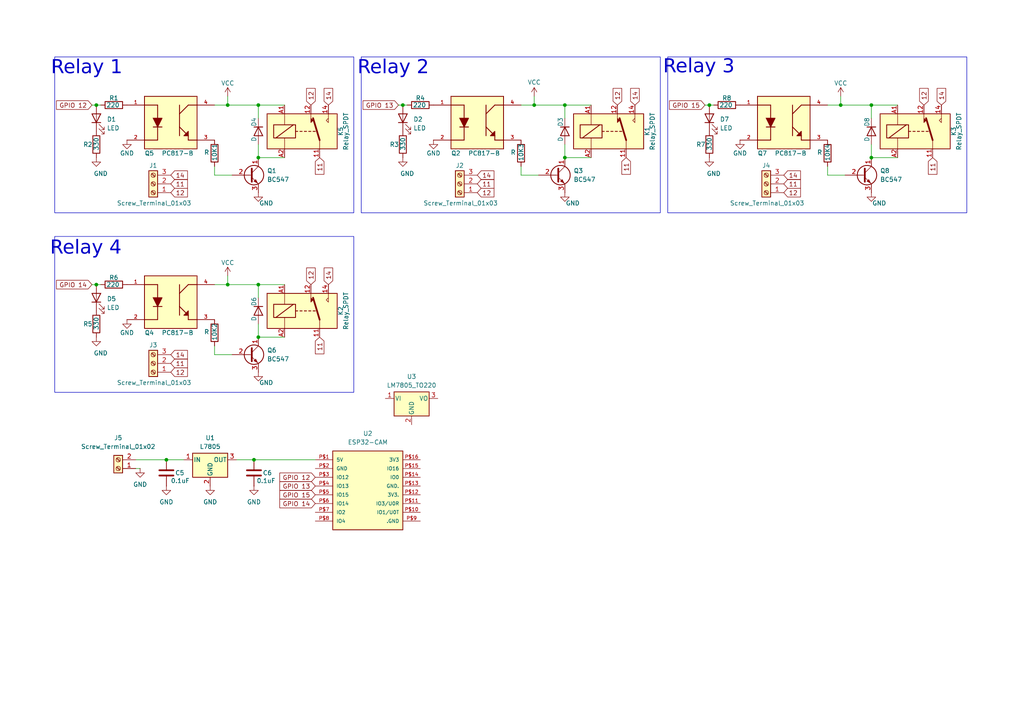
<source format=kicad_sch>
(kicad_sch (version 20231120) (generator "eeschema") (generator_version "8.0")
  (paper "A4")
  (lib_symbols
    (symbol "Connector:Screw_Terminal_01x02" (pin_names (offset 1.016) hide)
      (property "Reference" "J" (at 0 2.54 0))
      (property "Value" "Screw_Terminal_01x02" (at 0 -5.08 0))
      (symbol "Screw_Terminal_01x02_1_1"
        (rectangle (start -1.27 1.27) (end 1.27 -3.81) (stroke (width 0.254)) (fill (type background)))
        (circle (center 0 -2.54) (radius 0.635) (stroke (width 0.1524)))
        (polyline (pts (xy -0.5334 -2.2098) (xy 0.3302 -3.048)) (stroke (width 0.1524)))
        (polyline (pts (xy -0.5334 0.3302) (xy 0.3302 -0.508)) (stroke (width 0.1524)))
        (polyline (pts (xy -0.3556 -2.032) (xy 0.508 -2.8702)) (stroke (width 0.1524)))
        (polyline (pts (xy -0.3556 0.508) (xy 0.508 -0.3302)) (stroke (width 0.1524)))
        (circle (center 0 0) (radius 0.635) (stroke (width 0.1524)))
        (pin passive line (at -5.08 0 0) (length 3.81) (name "Pin_1") (number "1"))
        (pin passive line (at -5.08 -2.54 0) (length 3.81) (name "Pin_2") (number "2"))
      )
    )
    (symbol "Connector:Screw_Terminal_01x03" (pin_names (offset 1.016) hide)
      (property "Reference" "J" (at 0 5.08 0))
      (property "Value" "Screw_Terminal_01x03" (at 0 -5.08 0))
      (symbol "Screw_Terminal_01x03_1_1"
        (rectangle (start -1.27 3.81) (end 1.27 -3.81) (stroke (width 0.254)) (fill (type background)))
        (circle (center 0 -2.54) (radius 0.635) (stroke (width 0.1524)))
        (polyline (pts (xy -0.5334 -2.2098) (xy 0.3302 -3.048)) (stroke (width 0.1524)))
        (polyline (pts (xy -0.5334 0.3302) (xy 0.3302 -0.508)) (stroke (width 0.1524)))
        (polyline (pts (xy -0.5334 2.8702) (xy 0.3302 2.032)) (stroke (width 0.1524)))
        (polyline (pts (xy -0.3556 -2.032) (xy 0.508 -2.8702)) (stroke (width 0.1524)))
        (polyline (pts (xy -0.3556 0.508) (xy 0.508 -0.3302)) (stroke (width 0.1524)))
        (polyline (pts (xy -0.3556 3.048) (xy 0.508 2.2098)) (stroke (width 0.1524)))
        (circle (center 0 0) (radius 0.635) (stroke (width 0.1524)))
        (circle (center 0 2.54) (radius 0.635) (stroke (width 0.1524)))
        (pin passive line (at -5.08 2.54 0) (length 3.81) (name "Pin_1") (number "1"))
        (pin passive line (at -5.08 0 0) (length 3.81) (name "Pin_2") (number "2"))
        (pin passive line (at -5.08 -2.54 0) (length 3.81) (name "Pin_3") (number "3"))
      )
    )
    (symbol "Device:C" (pin_numbers hide) (pin_names (offset 0.254))
      (property "Reference" "C" (at 0.635 2.54 0))
      (property "Value" "C" (at 0.635 -2.54 0))
      (symbol "C_0_1"
        (polyline (pts (xy -2.032 -0.762) (xy 2.032 -0.762)) (stroke (width 0.508)))
        (polyline (pts (xy -2.032 0.762) (xy 2.032 0.762)) (stroke (width 0.508)))
      )
      (symbol "C_1_1"
        (pin passive line (at 0 3.81 270) (length 2.794) (name "~") (number "1"))
        (pin passive line (at 0 -3.81 90) (length 2.794) (name "~") (number "2"))
      )
    )
    (symbol "Device:D" (pin_numbers hide) (pin_names (offset 1.016) hide)
      (property "Reference" "D" (at 0 2.54 0))
      (property "Value" "D" (at 0 -2.54 0))
      (symbol "D_0_1"
        (polyline (pts (xy -1.27 1.27) (xy -1.27 -1.27)) (stroke (width 0.254)))
        (polyline (pts (xy 1.27 0) (xy -1.27 0)))
        (polyline (pts (xy 1.27 1.27) (xy 1.27 -1.27) (xy -1.27 0) (xy 1.27 1.27)) (stroke (width 0.254)))
      )
      (symbol "D_1_1"
        (pin passive line (at -3.81 0 0) (length 2.54) (name "K") (number "1"))
        (pin passive line (at 3.81 0 180) (length 2.54) (name "A") (number "2"))
      )
    )
    (symbol "Device:LED" (pin_numbers hide) (pin_names (offset 1.016) hide)
      (property "Reference" "D" (at 0 2.54 0))
      (property "Value" "LED" (at 0 -2.54 0))
      (symbol "LED_0_1"
        (polyline (pts (xy -1.27 -1.27) (xy -1.27 1.27)) (stroke (width 0.254)))
        (polyline (pts (xy -1.27 0) (xy 1.27 0)))
        (polyline (pts (xy 1.27 -1.27) (xy 1.27 1.27) (xy -1.27 0) (xy 1.27 -1.27)) (stroke (width 0.254)))
        (polyline (pts (xy -3.048 -0.762) (xy -4.572 -2.286) (xy -3.81 -2.286) (xy -4.572 -2.286) (xy -4.572 -1.524)))
        (polyline (pts (xy -1.778 -0.762) (xy -3.302 -2.286) (xy -2.54 -2.286) (xy -3.302 -2.286) (xy -3.302 -1.524)))
      )
      (symbol "LED_1_1"
        (pin passive line (at -3.81 0 0) (length 2.54) (name "K") (number "1"))
        (pin passive line (at 3.81 0 180) (length 2.54) (name "A") (number "2"))
      )
    )
    (symbol "Device:R" (pin_numbers hide) (pin_names (offset 0))
      (property "Reference" "R" (at 2.032 0 90))
      (property "Value" "R" (at 0 0 90))
      (symbol "R_0_1"
        (rectangle (start -1.016 -2.54) (end 1.016 2.54) (stroke (width 0.254)))
      )
      (symbol "R_1_1"
        (pin passive line (at 0 3.81 270) (length 1.27) (name "~") (number "1"))
        (pin passive line (at 0 -3.81 90) (length 1.27) (name "~") (number "2"))
      )
    )
    (symbol "EESTN5:BC547" (pin_names (offset 0) hide)
      (property "Reference" "Q" (at 5.08 1.905 0))
      (property "Value" "BC547" (at 5.08 0 0))
      (symbol "BC547_0_1"
        (polyline (pts (xy 0 0) (xy 0.635 0)))
        (polyline (pts (xy 0.635 0.635) (xy 2.54 2.54)))
        (polyline (pts (xy 0.635 -0.635) (xy 2.54 -2.54) (xy 2.54 -2.54)))
        (polyline (pts (xy 0.635 1.905) (xy 0.635 -1.905) (xy 0.635 -1.905)) (stroke (width 0.508)))
        (polyline (pts (xy 1.27 -1.778) (xy 1.778 -1.27) (xy 2.286 -2.286) (xy 1.27 -1.778) (xy 1.27 -1.778)) (fill (type outline)))
        (circle (center 1.27 0) (radius 2.8194) (stroke (width 0.254)))
      )
      (symbol "BC547_1_1"
        (pin passive line (at 2.54 5.08 270) (length 2.54) (name "C") (number "1"))
        (pin input line (at -5.08 0 0) (length 5.08) (name "B") (number "2"))
        (pin passive line (at 2.54 -5.08 90) (length 2.54) (name "E") (number "3"))
      )
    )
    (symbol "ESP32-CAM:ESP32-CAM" (pin_names (offset 1.016))
      (property "Reference" "U" (at -10.16 20.32 0))
      (property "Value" "ESP32-CAM" (at 0 0 0))
      (symbol "ESP32-CAM_0_0"
        (rectangle (start -10.16 -5.08) (end 10.16 17.78) (stroke (width 0.254)) (fill (type background)))
        (pin bidirectional line (at -15.24 15.24 0) (length 5.08) (name "5V") (number "P$1"))
        (pin bidirectional line (at 15.24 0 180) (length 5.08) (name "IO1/U0T") (number "P$10"))
        (pin bidirectional line (at 15.24 2.54 180) (length 5.08) (name "IO3/U0R") (number "P$11"))
        (pin bidirectional line (at 15.24 5.08 180) (length 5.08) (name "3V3.") (number "P$12"))
        (pin bidirectional line (at 15.24 7.62 180) (length 5.08) (name "GND.") (number "P$13"))
        (pin bidirectional line (at 15.24 10.16 180) (length 5.08) (name "IO0") (number "P$14"))
        (pin bidirectional line (at 15.24 12.7 180) (length 5.08) (name "IO16") (number "P$15"))
        (pin bidirectional line (at 15.24 15.24 180) (length 5.08) (name "3V3") (number "P$16"))
        (pin bidirectional line (at -15.24 12.7 0) (length 5.08) (name "GND") (number "P$2"))
        (pin bidirectional line (at -15.24 10.16 0) (length 5.08) (name "IO12") (number "P$3"))
        (pin bidirectional line (at -15.24 7.62 0) (length 5.08) (name "IO13") (number "P$4"))
        (pin bidirectional line (at -15.24 5.08 0) (length 5.08) (name "IO15") (number "P$5"))
        (pin bidirectional line (at -15.24 2.54 0) (length 5.08) (name "IO14") (number "P$6"))
        (pin bidirectional line (at -15.24 0 0) (length 5.08) (name "IO2") (number "P$7"))
        (pin bidirectional line (at -15.24 -2.54 0) (length 5.08) (name "IO4") (number "P$8"))
        (pin bidirectional line (at 15.24 -2.54 180) (length 5.08) (name ".GND") (number "P$9"))
      )
    )
    (symbol "PC817-B:PC817-B" (pin_names (offset 1.016))
      (property "Reference" "Q" (at -7.6208 8.1288 0))
      (property "Value" "PC817-B" (at -7.6266 -10.1688 0))
      (symbol "PC817-B_0_0"
        (rectangle (start -7.62 -7.62) (end 7.62 7.62) (stroke (width 0.254)) (fill (type background)))
        (polyline (pts (xy -7.62 -5.08) (xy -3.81 -5.08)) (stroke (width 0.254)))
        (polyline (pts (xy -7.62 5.08) (xy -3.81 5.08)) (stroke (width 0.254)))
        (polyline (pts (xy -5.08 -1.27) (xy -2.54 -1.27)) (stroke (width 0.254)))
        (polyline (pts (xy -3.81 -5.08) (xy -3.81 5.08)) (stroke (width 0.254)))
        (polyline (pts (xy 2.54 -1.27) (xy 2.54 -3.81)) (stroke (width 0.254)))
        (polyline (pts (xy 2.54 -1.27) (xy 5.08 -3.81)) (stroke (width 0.254)))
        (polyline (pts (xy 2.54 2.54) (xy 2.54 -1.27)) (stroke (width 0.254)))
        (polyline (pts (xy 2.54 5.08) (xy 2.54 2.54)) (stroke (width 0.254)))
        (polyline (pts (xy 5.08 -5.08) (xy 5.08 -3.81)) (stroke (width 0.254)))
        (polyline (pts (xy 5.08 5.08) (xy 2.54 2.54)) (stroke (width 0.254)))
        (polyline (pts (xy 7.62 -5.08) (xy 5.08 -5.08)) (stroke (width 0.254)))
        (polyline (pts (xy 7.62 5.08) (xy 5.08 5.08)) (stroke (width 0.254)))
        (polyline (pts (xy -5.08 1.27) (xy -2.54 1.27) (xy -3.81 -1.27) (xy -5.08 1.27)) (stroke (width 0.254)) (fill (type outline)))
        (polyline (pts (xy 5.08 -3.81) (xy 5.08 -2.54) (xy 3.81 -3.81) (xy 5.08 -3.81)) (stroke (width 0.254)) (fill (type outline)))
        (pin passive line (at -12.7 5.08 0) (length 5.08) (name "~") (number "1"))
        (pin passive line (at -12.7 -5.08 0) (length 5.08) (name "~") (number "2"))
        (pin passive line (at 12.7 -5.08 180) (length 5.08) (name "~") (number "3"))
        (pin passive line (at 12.7 5.08 180) (length 5.08) (name "~") (number "4"))
      )
    )
    (symbol "Regulator_Linear:L7805" (pin_names (offset 0.254))
      (property "Reference" "U" (at -3.81 3.175 0))
      (property "Value" "L7805" (at 0 3.175 0))
      (symbol "L7805_0_1"
        (rectangle (start -5.08 1.905) (end 5.08 -5.08) (stroke (width 0.254)) (fill (type background)))
      )
      (symbol "L7805_1_1"
        (pin power_in line (at -7.62 0 0) (length 2.54) (name "IN") (number "1"))
        (pin power_in line (at 0 -7.62 90) (length 2.54) (name "GND") (number "2"))
        (pin power_out line (at 7.62 0 180) (length 2.54) (name "OUT") (number "3"))
      )
    )
    (symbol "Regulator_Linear:LM7805_TO220" (pin_names (offset 0.254))
      (property "Reference" "U" (at -3.81 3.175 0))
      (property "Value" "LM7805_TO220" (at 0 3.175 0))
      (symbol "LM7805_TO220_0_1"
        (rectangle (start -5.08 1.905) (end 5.08 -5.08) (stroke (width 0.254)) (fill (type background)))
      )
      (symbol "LM7805_TO220_1_1"
        (pin power_in line (at -7.62 0 0) (length 2.54) (name "VI") (number "1"))
        (pin power_in line (at 0 -7.62 90) (length 2.54) (name "GND") (number "2"))
        (pin power_out line (at 7.62 0 180) (length 2.54) (name "VO") (number "3"))
      )
    )
    (symbol "Relay:Relay_SPDT"
      (property "Reference" "K" (at 11.43 3.81 0))
      (property "Value" "Relay_SPDT" (at 11.43 1.27 0))
      (symbol "Relay_SPDT_0_0"
        (polyline (pts (xy 7.62 5.08) (xy 7.62 2.54) (xy 6.985 3.175) (xy 7.62 3.81)))
      )
      (symbol "Relay_SPDT_0_1"
        (rectangle (start -10.16 5.08) (end 10.16 -5.08) (stroke (width 0.254)) (fill (type background)))
        (rectangle (start -8.255 1.905) (end -1.905 -1.905) (stroke (width 0.254)))
        (polyline (pts (xy -7.62 -1.905) (xy -2.54 1.905)) (stroke (width 0.254)))
        (polyline (pts (xy -5.08 -5.08) (xy -5.08 -1.905)))
        (polyline (pts (xy -5.08 5.08) (xy -5.08 1.905)))
        (polyline (pts (xy -1.905 0) (xy -1.27 0)) (stroke (width 0.254)))
        (polyline (pts (xy -0.635 0) (xy 0 0)) (stroke (width 0.254)))
        (polyline (pts (xy 0.635 0) (xy 1.27 0)) (stroke (width 0.254)))
        (polyline (pts (xy 1.905 0) (xy 2.54 0)) (stroke (width 0.254)))
        (polyline (pts (xy 3.175 0) (xy 3.81 0)) (stroke (width 0.254)))
        (polyline (pts (xy 5.08 -2.54) (xy 3.175 3.81)) (stroke (width 0.508)))
        (polyline (pts (xy 5.08 -2.54) (xy 5.08 -5.08)))
        (polyline (pts (xy 2.54 5.08) (xy 2.54 2.54) (xy 3.175 3.175) (xy 2.54 3.81)) (fill (type outline)))
      )
      (symbol "Relay_SPDT_1_1"
        (pin passive line (at 5.08 -7.62 90) (length 2.54) (name "~") (number "11"))
        (pin passive line (at 2.54 7.62 270) (length 2.54) (name "~") (number "12"))
        (pin passive line (at 7.62 7.62 270) (length 2.54) (name "~") (number "14"))
        (pin passive line (at -5.08 7.62 270) (length 2.54) (name "~") (number "A1"))
        (pin passive line (at -5.08 -7.62 90) (length 2.54) (name "~") (number "A2"))
      )
    )
    (symbol "power:GND" (power) (pin_numbers hide) (pin_names (offset 0) hide)
      (property "Value" "GND" (at 0 -3.81 0))
      (symbol "GND_0_1"
        (polyline (pts (xy 0 0) (xy 0 -1.27) (xy 1.27 -1.27) (xy 0 -2.54) (xy -1.27 -1.27) (xy 0 -1.27)))
      )
      (symbol "GND_1_1"
        (pin power_in line (at 0 0 270) (length 0) (name "~") (number "1"))
      )
    )
    (symbol "power:VCC" (power) (pin_numbers hide) (pin_names (offset 0) hide)
      (property "Value" "VCC" (at 0 3.556 0))
      (symbol "VCC_0_1"
        (polyline (pts (xy -0.762 1.27) (xy 0 2.54)))
        (polyline (pts (xy 0 0) (xy 0 2.54)))
        (polyline (pts (xy 0 2.54) (xy 0.762 1.27)))
      )
      (symbol "VCC_1_1"
        (pin power_in line (at 0 0 90) (length 0) (name "~") (number "1"))
      )
    )
  )
  (junction (at 74.93 30.48))
  (junction (at 116.84 30.48))
  (junction (at 205.74 30.48))
  (junction (at 154.94 30.48))
  (junction (at 73.66 133.35))
  (junction (at 252.73 45.72))
  (junction (at 27.94 82.55))
  (junction (at 163.83 30.48))
  (junction (at 74.93 82.55))
  (junction (at 48.26 133.35))
  (junction (at 74.93 45.72))
  (junction (at 163.83 45.72))
  (junction (at 66.04 30.48))
  (junction (at 252.73 30.48))
  (junction (at 66.04 82.55))
  (junction (at 74.93 97.79))
  (junction (at 243.84 30.48))
  (junction (at 27.94 30.48))
  (wire (pts (xy 62.23 50.8) (xy 67.31 50.8)))
  (wire (pts (xy 39.37 133.35) (xy 48.26 133.35)))
  (wire (pts (xy 48.26 133.35) (xy 53.34 133.35)))
  (wire (pts (xy 74.93 97.79) (xy 74.93 93.98)))
  (wire (pts (xy 26.67 82.55) (xy 27.94 82.55)))
  (wire (pts (xy 40.64 135.89) (xy 39.37 135.89)))
  (wire (pts (xy 171.45 30.48) (xy 163.83 30.48)))
  (wire (pts (xy 115.57 30.48) (xy 116.84 30.48)))
  (wire (pts (xy 252.73 45.72) (xy 252.73 41.91)))
  (wire (pts (xy 68.58 133.35) (xy 73.66 133.35)))
  (wire (pts (xy 204.47 30.48) (xy 205.74 30.48)))
  (wire (pts (xy 240.03 30.48) (xy 243.84 30.48)))
  (wire (pts (xy 252.73 30.48) (xy 252.73 34.29)))
  (wire (pts (xy 66.04 27.94) (xy 66.04 30.48)))
  (wire (pts (xy 66.04 80.01) (xy 66.04 82.55)))
  (wire (pts (xy 151.13 30.48) (xy 154.94 30.48)))
  (wire (pts (xy 163.83 30.48) (xy 163.83 34.29)))
  (wire (pts (xy 74.93 82.55) (xy 74.93 86.36)))
  (wire (pts (xy 171.45 45.72) (xy 163.83 45.72)))
  (wire (pts (xy 205.74 30.48) (xy 207.01 30.48)))
  (wire (pts (xy 116.84 30.48) (xy 118.11 30.48)))
  (wire (pts (xy 82.55 97.79) (xy 74.93 97.79)))
  (wire (pts (xy 73.66 133.35) (xy 91.44 133.35)))
  (wire (pts (xy 82.55 30.48) (xy 74.93 30.48)))
  (wire (pts (xy 82.55 82.55) (xy 74.93 82.55)))
  (wire (pts (xy 74.93 30.48) (xy 74.93 34.29)))
  (wire (pts (xy 26.67 30.48) (xy 27.94 30.48)))
  (wire (pts (xy 66.04 30.48) (xy 74.93 30.48)))
  (wire (pts (xy 243.84 27.94) (xy 243.84 30.48)))
  (wire (pts (xy 151.13 48.26) (xy 151.13 50.8)))
  (wire (pts (xy 66.04 82.55) (xy 74.93 82.55)))
  (wire (pts (xy 62.23 30.48) (xy 66.04 30.48)))
  (wire (pts (xy 163.83 45.72) (xy 163.83 41.91)))
  (wire (pts (xy 260.35 45.72) (xy 252.73 45.72)))
  (wire (pts (xy 82.55 45.72) (xy 74.93 45.72)))
  (wire (pts (xy 154.94 30.48) (xy 163.83 30.48)))
  (wire (pts (xy 62.23 102.87) (xy 67.31 102.87)))
  (wire (pts (xy 151.13 50.8) (xy 156.21 50.8)))
  (wire (pts (xy 260.35 30.48) (xy 252.73 30.48)))
  (wire (pts (xy 27.94 82.55) (xy 29.21 82.55)))
  (wire (pts (xy 240.03 50.8) (xy 240.03 48.26)))
  (wire (pts (xy 62.23 48.26) (xy 62.23 50.8)))
  (wire (pts (xy 154.94 27.94) (xy 154.94 30.48)))
  (wire (pts (xy 245.11 50.8) (xy 240.03 50.8)))
  (wire (pts (xy 74.93 45.72) (xy 74.93 41.91)))
  (wire (pts (xy 27.94 30.48) (xy 29.21 30.48)))
  (wire (pts (xy 243.84 30.48) (xy 252.73 30.48)))
  (wire (pts (xy 62.23 82.55) (xy 66.04 82.55)))
  (wire (pts (xy 62.23 100.33) (xy 62.23 102.87)))
  (rectangle (start 15.875 16.51) (end 102.616 61.722))
  (rectangle (start 15.875 68.58) (end 102.616 113.792))
  (rectangle (start 104.775 16.51) (end 191.516 61.722))
  (rectangle (start 193.675 16.51) (end 280.416 61.722))
  (text "Relay 3" (at 202.692 20.574 0) (effects (font (size 4 4))))
  (text "Relay 2" (at 114.046 20.828 0) (effects (font (size 4 4))))
  (text "Relay 1" (at 25.146 20.828 0) (effects (font (size 4 4))))
  (text "Relay 4" (at 24.892 73.152 0) (effects (font (size 4 4))))
  (global_label "12" (shape input) (at 49.53 55.88 0) (property "Intersheetrefs" "${INTERSHEET_REFS}" (effects (hide yes))))
  (global_label "11" (shape input) (at 270.51 45.72 270) (property "Intersheetrefs" "${INTERSHEET_REFS}" (effects (hide yes))))
  (global_label "GPIO 14" (shape input) (at 26.67 82.55 180) (property "Intersheetrefs" "${INTERSHEET_REFS}" (effects (hide yes))))
  (global_label "GPIO 13" (shape input) (at 115.57 30.48 180) (property "Intersheetrefs" "${INTERSHEET_REFS}" (effects (hide yes))))
  (global_label "11" (shape input) (at 49.53 105.41 0) (property "Intersheetrefs" "${INTERSHEET_REFS}" (effects (hide yes))))
  (global_label "11" (shape input) (at 92.71 45.72 270) (property "Intersheetrefs" "${INTERSHEET_REFS}" (effects (hide yes))))
  (global_label "11" (shape input) (at 181.61 45.72 270) (property "Intersheetrefs" "${INTERSHEET_REFS}" (effects (hide yes))))
  (global_label "GPIO 15" (shape input) (at 91.44 143.51 180) (property "Intersheetrefs" "${INTERSHEET_REFS}" (effects (hide yes))))
  (global_label "GPIO 13" (shape input) (at 91.44 140.97 180) (property "Intersheetrefs" "${INTERSHEET_REFS}" (effects (hide yes))))
  (global_label "14" (shape input) (at 273.05 30.48 90) (property "Intersheetrefs" "${INTERSHEET_REFS}" (effects (hide yes))))
  (global_label "14" (shape input) (at 138.43 50.8 0) (property "Intersheetrefs" "${INTERSHEET_REFS}" (effects (hide yes))))
  (global_label "11" (shape input) (at 138.43 53.34 0) (property "Intersheetrefs" "${INTERSHEET_REFS}" (effects (hide yes))))
  (global_label "14" (shape input) (at 95.25 82.55 90) (property "Intersheetrefs" "${INTERSHEET_REFS}" (effects (hide yes))))
  (global_label "GPIO 15" (shape input) (at 204.47 30.48 180) (property "Intersheetrefs" "${INTERSHEET_REFS}" (effects (hide yes))))
  (global_label "14" (shape input) (at 184.15 30.48 90) (property "Intersheetrefs" "${INTERSHEET_REFS}" (effects (hide yes))))
  (global_label "12" (shape input) (at 138.43 55.88 0) (property "Intersheetrefs" "${INTERSHEET_REFS}" (effects (hide yes))))
  (global_label "14" (shape input) (at 49.53 50.8 0) (property "Intersheetrefs" "${INTERSHEET_REFS}" (effects (hide yes))))
  (global_label "12" (shape input) (at 90.17 30.48 90) (property "Intersheetrefs" "${INTERSHEET_REFS}" (effects (hide yes))))
  (global_label "12" (shape input) (at 179.07 30.48 90) (property "Intersheetrefs" "${INTERSHEET_REFS}" (effects (hide yes))))
  (global_label "12" (shape input) (at 49.53 107.95 0) (property "Intersheetrefs" "${INTERSHEET_REFS}" (effects (hide yes))))
  (global_label "12" (shape input) (at 90.17 82.55 90) (property "Intersheetrefs" "${INTERSHEET_REFS}" (effects (hide yes))))
  (global_label "GPIO 14" (shape input) (at 91.44 146.05 180) (property "Intersheetrefs" "${INTERSHEET_REFS}" (effects (hide yes))))
  (global_label "12" (shape input) (at 227.33 55.88 0) (property "Intersheetrefs" "${INTERSHEET_REFS}" (effects (hide yes))))
  (global_label "14" (shape input) (at 49.53 102.87 0) (property "Intersheetrefs" "${INTERSHEET_REFS}" (effects (hide yes))))
  (global_label "GPIO 12" (shape input) (at 91.44 138.43 180) (property "Intersheetrefs" "${INTERSHEET_REFS}" (effects (hide yes))))
  (global_label "GPIO 12" (shape input) (at 26.67 30.48 180) (property "Intersheetrefs" "${INTERSHEET_REFS}" (effects (hide yes))))
  (global_label "11" (shape input) (at 49.53 53.34 0) (property "Intersheetrefs" "${INTERSHEET_REFS}" (effects (hide yes))))
  (global_label "14" (shape input) (at 95.25 30.48 90) (property "Intersheetrefs" "${INTERSHEET_REFS}" (effects (hide yes))))
  (global_label "12" (shape input) (at 267.97 30.48 90) (property "Intersheetrefs" "${INTERSHEET_REFS}" (effects (hide yes))))
  (global_label "11" (shape input) (at 227.33 53.34 0) (property "Intersheetrefs" "${INTERSHEET_REFS}" (effects (hide yes))))
  (global_label "14" (shape input) (at 227.33 50.8 0) (property "Intersheetrefs" "${INTERSHEET_REFS}" (effects (hide yes))))
  (global_label "11" (shape input) (at 92.71 97.79 270) (property "Intersheetrefs" "${INTERSHEET_REFS}" (effects (hide yes))))
  (symbol (lib_id "Device:R") (at 33.02 30.48 90) (unit 1)
    (property "Reference" "R1" (at 33.02 28.448 90))
    (property "Value" "220" (at 32.766 30.48 90))
    (property "Description" "Resistor" (effects (hide yes)))
  )
  (symbol (lib_id "power:VCC") (at 66.04 80.01 0) (unit 1)
    (property "Reference" "#PWR08" (effects (hide yes)))
    (property "Value" "VCC" (at 66.04 76.2 0))
    (property "Description" "Power symbol creates a global label with name \"VCC\"" (effects (hide yes)))
  )
  (symbol (lib_id "Device:D") (at 74.93 38.1 270) (unit 1)
    (property "Reference" "D4" (at 73.66 34.036 0) (effects (justify left)))
    (property "Value" "D" (at 73.66 39.624 0) (effects (justify left)))
    (property "Description" "Diode" (effects (hide yes)))
    (property "Sim.Device" "D" (effects (hide yes)))
    (property "Sim.Pins" "1=K 2=A" (effects (hide yes)))
  )
  (symbol (lib_id "power:GND") (at 40.64 135.89 0) (unit 1)
    (property "Reference" "#PWR016" (effects (hide yes)))
    (property "Value" "GND" (at 40.64 140.515 0))
    (property "Description" "Power symbol creates a global label with name \"GND\" , ground" (effects (hide yes)))
  )
  (symbol (lib_id "EESTN5:BC547") (at 72.39 50.8 0) (unit 1)
    (property "Reference" "Q1" (at 77.47 49.5299 0) (effects (justify left)))
    (property "Value" "BC547" (at 77.47 52.0699 0) (effects (justify left)))
    (property "Footprint" "EESTN5:TO-92" (effects (hide yes)))
    (property "Datasheet" "http://www.fairchildsemi.com/ds/BC/BC547.pdf" (effects (hide yes)))
    (property "Description" "45V Vce, 0.1A Ic, NPN, Small Signal Transistor, TO-92" (effects (hide yes)))
  )
  (symbol (lib_id "power:VCC") (at 66.04 27.94 0) (unit 1)
    (property "Reference" "#PWR021" (effects (hide yes)))
    (property "Value" "VCC" (at 66.04 24.13 0))
    (property "Description" "Power symbol creates a global label with name \"VCC\"" (effects (hide yes)))
  )
  (symbol (lib_id "Connector:Screw_Terminal_01x02") (at 34.29 135.89 180) (unit 1)
    (property "Reference" "J5" (at 34.29 127 0))
    (property "Value" "Screw_Terminal_01x02" (at 34.29 129.54 0))
    (property "Footprint" "TerminalBlock:TerminalBlock_bornier-2_P5.08mm" (effects (hide yes)))
    (property "Description" "Generic screw terminal, single row, 01x02, script generated (kicad-library-utils/schlib/autogen/connector/)" (effects (hide yes)))
  )
  (symbol (lib_id "Relay:Relay_SPDT") (at 176.53 38.1 0) (unit 1)
    (property "Reference" "K1" (at 187.706 38.1 90))
    (property "Value" "Relay_SPDT" (at 189.23 38.1 90))
    (property "Description" "Monostable Relay SPDT, EN50005" (effects (hide yes)))
  )
  (symbol (lib_id "Device:R") (at 116.84 41.91 0) (unit 1)
    (property "Reference" "R3" (at 113.03 41.91 0) (effects (justify left)))
    (property "Value" "330" (at 116.84 43.688 90) (effects (justify left)))
    (property "Description" "Resistor" (effects (hide yes)))
  )
  (symbol (lib_id "power:GND") (at 74.93 107.95 0) (unit 1)
    (property "Reference" "#PWR09" (effects (hide yes)))
    (property "Value" "GND" (at 77.216 110.998 0))
    (property "Description" "Power symbol creates a global label with name \"GND\" , ground" (effects (hide yes)))
  )
  (symbol (lib_id "Device:R") (at 62.23 96.52 180) (unit 1)
    (property "Reference" "10K2" (at 62.23 96.266 90))
    (property "Value" "R" (at 59.944 96.266 0))
    (property "Description" "Resistor" (effects (hide yes)))
  )
  (symbol (lib_id "Device:C") (at 48.26 137.16 0) (unit 1)
    (property "Reference" "C5" (at 50.8 137.16 0) (effects (justify left)))
    (property "Value" "0.1uF" (at 49.53 139.446 0) (effects (justify left)))
    (property "Description" "Unpolarized capacitor" (effects (hide yes)))
  )
  (symbol (lib_id "power:VCC") (at 154.94 27.94 0) (unit 1)
    (property "Reference" "#PWR03" (effects (hide yes)))
    (property "Value" "VCC" (at 154.94 23.876 0))
    (property "Description" "Power symbol creates a global label with name \"VCC\"" (effects (hide yes)))
  )
  (symbol (lib_id "Connector:Screw_Terminal_01x03") (at 222.25 53.34 180) (unit 1)
    (property "Reference" "J4" (at 222.25 48.006 0))
    (property "Value" "Screw_Terminal_01x03" (at 222.504 58.928 0))
    (property "Footprint" "TerminalBlock:TerminalBlock_bornier-3_P5.08mm" (effects (hide yes)))
    (property "Description" "Generic screw terminal, single row, 01x03, script generated (kicad-library-utils/schlib/autogen/connector/)" (effects (hide yes)))
  )
  (symbol (lib_id "PC817-B:PC817-B") (at 49.53 35.56 0) (unit 1)
    (property "Reference" "Q5" (at 44.704 44.45 0) (effects (justify right)))
    (property "Value" "PC817-B" (at 56.134 44.45 0) (effects (justify right)))
    (property "Footprint" "Optocoplador:SOT254P1025X400-4N" (effects (hide yes)))
    (property "MF" "American Bright" (effects (hide yes)))
    (property "Description_1" "\n                        \n                            Phototransistors   4-DIP (0.300, 7.62mm)\n                        \n" (effects (hide yes)))
    (property "Package" "DIP-4 American Bright" (effects (hide yes)))
    (property "Price" "None" (effects (hide yes)))
    (property "Check_prices" "https://www.snapeda.com/parts/PC817-B/American+Bright/view-part/?ref=eda" (effects (hide yes)))
    (property "PARTREV" "N/A" (effects (hide yes)))
    (property "SnapEDA_Link" "https://www.snapeda.com/parts/PC817-B/American+Bright/view-part/?ref=snap" (effects (hide yes)))
    (property "MP" "PC817-B" (effects (hide yes)))
    (property "MANUFACTURER" "SHARP" (effects (hide yes)))
    (property "Availability" "Not in stock" (effects (hide yes)))
    (property "METADATA" "IPC-7351B" (effects (hide yes)))
  )
  (symbol (lib_id "power:GND") (at 116.84 45.72 0) (unit 1)
    (property "Reference" "#PWR01" (effects (hide yes)))
    (property "Value" "GND" (at 118.11 50.345 0))
    (property "Description" "Power symbol creates a global label with name \"GND\" , ground" (effects (hide yes)))
  )
  (symbol (lib_id "power:GND") (at 60.96 140.97 0) (unit 1)
    (property "Reference" "#PWR015" (effects (hide yes)))
    (property "Value" "GND" (at 60.96 145.595 0))
    (property "Description" "Power symbol creates a global label with name \"GND\" , ground" (effects (hide yes)))
  )
  (symbol (lib_id "power:GND") (at 73.66 140.97 0) (unit 1)
    (property "Reference" "#PWR018" (effects (hide yes)))
    (property "Value" "GND" (at 73.66 145.595 0))
    (property "Description" "Power symbol creates a global label with name \"GND\" , ground" (effects (hide yes)))
  )
  (symbol (lib_id "PC817-B:PC817-B") (at 138.43 35.56 0) (unit 1)
    (property "Reference" "Q2" (at 133.604 44.45 0) (effects (justify right)))
    (property "Value" "PC817-B" (at 145.034 44.45 0) (effects (justify right)))
    (property "Footprint" "Optocoplador:SOT254P1025X400-4N" (effects (hide yes)))
    (property "MF" "American Bright" (effects (hide yes)))
    (property "Description_1" "\n                        \n                            Phototransistors   4-DIP (0.300, 7.62mm)\n                        \n" (effects (hide yes)))
    (property "Package" "DIP-4 American Bright" (effects (hide yes)))
    (property "Price" "None" (effects (hide yes)))
    (property "Check_prices" "https://www.snapeda.com/parts/PC817-B/American+Bright/view-part/?ref=eda" (effects (hide yes)))
    (property "PARTREV" "N/A" (effects (hide yes)))
    (property "SnapEDA_Link" "https://www.snapeda.com/parts/PC817-B/American+Bright/view-part/?ref=snap" (effects (hide yes)))
    (property "MP" "PC817-B" (effects (hide yes)))
    (property "MANUFACTURER" "SHARP" (effects (hide yes)))
    (property "Availability" "Not in stock" (effects (hide yes)))
    (property "METADATA" "IPC-7351B" (effects (hide yes)))
  )
  (symbol (lib_id "ESP32-CAM:ESP32-CAM") (at 106.68 148.59 0) (unit 1)
    (property "Reference" "U2" (at 106.68 125.73 0))
    (property "Value" "ESP32-CAM" (at 106.68 128.27 0))
    (property "Footprint" "ESP32 cam:ESP32-CAM" (effects (hide yes)))
    (property "MF" "AI-Thinker" (effects (hide yes)))
    (property "DESCRIPTION" "ESP32 ESP32 Transceiver; 802.11 a/b/g/n (Wi-Fi, WiFi, WLAN), Bluetooth® Smart 4.x Low Energy (BLE) Evaluation Board" (effects (hide yes)))
    (property "PACKAGE" "None" (effects (hide yes)))
    (property "PRICE" "None" (effects (hide yes)))
    (property "Package" "None" (effects (hide yes)))
    (property "Check_prices" "https://www.snapeda.com/parts/ESP32-CAM/AI-Thinker/view-part/?ref=eda" (effects (hide yes)))
    (property "Price" "None" (effects (hide yes)))
    (property "SnapEDA_Link" "https://www.snapeda.com/parts/ESP32-CAM/AI-Thinker/view-part/?ref=snap" (effects (hide yes)))
    (property "MP" "ESP32-CAM" (effects (hide yes)))
    (property "Availability" "Not in stock" (effects (hide yes)))
    (property "AVAILABILITY" "Not in stock" (effects (hide yes)))
    (property "Description_1" "\n                        \n                            ESP32 ESP32 Transceiver; 802.11 a/b/g/n (Wi-Fi, WiFi, WLAN), Bluetooth® Smart 4.x Low Energy (BLE) Evaluation Board\n                        \n" (effects (hide yes)))
  )
  (symbol (lib_id "Device:LED") (at 27.94 34.29 90) (unit 1)
    (property "Reference" "D1" (at 30.988 34.6074 90) (effects (justify right)))
    (property "Value" "LED" (at 30.988 37.1474 90) (effects (justify right)))
    (property "Description" "Light emitting diode" (effects (hide yes)))
  )
  (symbol (lib_id "Device:D") (at 74.93 90.17 270) (unit 1)
    (property "Reference" "D6" (at 73.66 86.106 0) (effects (justify left)))
    (property "Value" "D" (at 73.66 91.694 0) (effects (justify left)))
    (property "Description" "Diode" (effects (hide yes)))
    (property "Sim.Device" "D" (effects (hide yes)))
    (property "Sim.Pins" "1=K 2=A" (effects (hide yes)))
  )
  (symbol (lib_id "power:GND") (at 252.73 55.88 0) (unit 1)
    (property "Reference" "#PWR013" (effects (hide yes)))
    (property "Value" "GND" (at 255.016 58.928 0))
    (property "Description" "Power symbol creates a global label with name \"GND\" , ground" (effects (hide yes)))
  )
  (symbol (lib_id "power:GND") (at 27.94 45.72 0) (unit 1)
    (property "Reference" "#PWR019" (effects (hide yes)))
    (property "Value" "GND" (at 29.21 50.345 0))
    (property "Description" "Power symbol creates a global label with name \"GND\" , ground" (effects (hide yes)))
  )
  (symbol (lib_id "power:GND") (at 48.26 140.97 0) (unit 1)
    (property "Reference" "#PWR017" (effects (hide yes)))
    (property "Value" "GND" (at 48.26 145.595 0))
    (property "Description" "Power symbol creates a global label with name \"GND\" , ground" (effects (hide yes)))
  )
  (symbol (lib_id "power:GND") (at 214.63 40.64 0) (unit 1)
    (property "Reference" "#PWR011" (effects (hide yes)))
    (property "Value" "GND" (at 214.63 44.45 0))
    (property "Description" "Power symbol creates a global label with name \"GND\" , ground" (effects (hide yes)))
  )
  (symbol (lib_id "Device:R") (at 27.94 41.91 0) (unit 1)
    (property "Reference" "R2" (at 24.13 41.91 0) (effects (justify left)))
    (property "Value" "330" (at 27.94 43.688 90) (effects (justify left)))
    (property "Description" "Resistor" (effects (hide yes)))
  )
  (symbol (lib_id "Device:R") (at 62.23 44.45 180) (unit 1)
    (property "Reference" "10K1" (at 62.23 44.196 90))
    (property "Value" "R" (at 59.944 44.196 0))
    (property "Description" "Resistor" (effects (hide yes)))
  )
  (symbol (lib_id "power:VCC") (at 243.84 27.94 0) (unit 1)
    (property "Reference" "#PWR012" (effects (hide yes)))
    (property "Value" "VCC" (at 243.84 24.13 0))
    (property "Description" "Power symbol creates a global label with name \"VCC\"" (effects (hide yes)))
  )
  (symbol (lib_id "Connector:Screw_Terminal_01x03") (at 44.45 53.34 180) (unit 1)
    (property "Reference" "J1" (at 44.45 48.006 0))
    (property "Value" "Screw_Terminal_01x03" (at 44.704 58.928 0))
    (property "Footprint" "TerminalBlock:TerminalBlock_bornier-3_P5.08mm" (effects (hide yes)))
    (property "Description" "Generic screw terminal, single row, 01x03, script generated (kicad-library-utils/schlib/autogen/connector/)" (effects (hide yes)))
  )
  (symbol (lib_id "Device:C") (at 73.66 137.16 0) (unit 1)
    (property "Reference" "C6" (at 76.2 137.16 0) (effects (justify left)))
    (property "Value" "0.1uF" (at 74.422 139.446 0) (effects (justify left)))
    (property "Description" "Unpolarized capacitor" (effects (hide yes)))
  )
  (symbol (lib_id "EESTN5:BC547") (at 250.19 50.8 0) (unit 1)
    (property "Reference" "Q8" (at 255.27 49.5299 0) (effects (justify left)))
    (property "Value" "BC547" (at 255.27 52.0699 0) (effects (justify left)))
    (property "Footprint" "EESTN5:TO-92" (effects (hide yes)))
    (property "Datasheet" "http://www.fairchildsemi.com/ds/BC/BC547.pdf" (effects (hide yes)))
    (property "Description" "45V Vce, 0.1A Ic, NPN, Small Signal Transistor, TO-92" (effects (hide yes)))
  )
  (symbol (lib_id "EESTN5:BC547") (at 161.29 50.8 0) (unit 1)
    (property "Reference" "Q3" (at 166.37 49.5299 0) (effects (justify left)))
    (property "Value" "BC547" (at 166.37 52.0699 0) (effects (justify left)))
    (property "Footprint" "EESTN5:TO-92" (effects (hide yes)))
    (property "Datasheet" "http://www.fairchildsemi.com/ds/BC/BC547.pdf" (effects (hide yes)))
    (property "Description" "45V Vce, 0.1A Ic, NPN, Small Signal Transistor, TO-92" (effects (hide yes)))
  )
  (symbol (lib_id "Regulator_Linear:LM7805_TO220") (at 119.38 115.57 0) (unit 1)
    (property "Reference" "U3" (at 119.38 109.22 0))
    (property "Value" "LM7805_TO220" (at 119.38 111.76 0))
    (property "Footprint" "Package_TO_SOT_THT:TO-220-3_Vertical" (effects (hide yes)))
    (property "Datasheet" "https://www.onsemi.cn/PowerSolutions/document/MC7800-D.PDF" (effects (hide yes)))
    (property "Description" "Positive 1A 35V Linear Regulator, Fixed Output 5V, TO-220" (effects (hide yes)))
  )
  (symbol (lib_id "power:GND") (at 36.83 40.64 0) (unit 1)
    (property "Reference" "#PWR04" (effects (hide yes)))
    (property "Value" "GND" (at 36.83 44.45 0))
    (property "Description" "Power symbol creates a global label with name \"GND\" , ground" (effects (hide yes)))
  )
  (symbol (lib_id "Relay:Relay_SPDT") (at 87.63 38.1 0) (unit 1)
    (property "Reference" "K5" (at 98.806 38.1 90))
    (property "Value" "Relay_SPDT" (at 100.33 38.1 90))
    (property "Description" "Monostable Relay SPDT, EN50005" (effects (hide yes)))
  )
  (symbol (lib_id "Device:R") (at 33.02 82.55 90) (unit 1)
    (property "Reference" "R6" (at 33.02 80.518 90))
    (property "Value" "220" (at 32.766 82.55 90))
    (property "Description" "Resistor" (effects (hide yes)))
  )
  (symbol (lib_id "Connector:Screw_Terminal_01x03") (at 133.35 53.34 180) (unit 1)
    (property "Reference" "J2" (at 133.35 48.006 0))
    (property "Value" "Screw_Terminal_01x03" (at 133.604 58.928 0))
    (property "Footprint" "TerminalBlock:TerminalBlock_bornier-3_P5.08mm" (effects (hide yes)))
    (property "Description" "Generic screw terminal, single row, 01x03, script generated (kicad-library-utils/schlib/autogen/connector/)" (effects (hide yes)))
  )
  (symbol (lib_id "Device:R") (at 27.94 93.98 0) (unit 1)
    (property "Reference" "R5" (at 24.13 93.98 0) (effects (justify left)))
    (property "Value" "330" (at 27.94 95.758 90) (effects (justify left)))
    (property "Description" "Resistor" (effects (hide yes)))
  )
  (symbol (lib_id "Connector:Screw_Terminal_01x03") (at 44.45 105.41 180) (unit 1)
    (property "Reference" "J3" (at 44.45 100.076 0))
    (property "Value" "Screw_Terminal_01x03" (at 44.704 110.998 0))
    (property "Footprint" "TerminalBlock:TerminalBlock_bornier-3_P5.08mm" (effects (hide yes)))
    (property "Description" "Generic screw terminal, single row, 01x03, script generated (kicad-library-utils/schlib/autogen/connector/)" (effects (hide yes)))
  )
  (symbol (lib_id "Device:R") (at 240.03 44.45 180) (unit 1)
    (property "Reference" "10K4" (at 240.03 44.196 90))
    (property "Value" "R" (at 237.744 44.196 0))
    (property "Description" "Resistor" (effects (hide yes)))
  )
  (symbol (lib_id "Device:R") (at 151.13 44.45 180) (unit 1)
    (property "Reference" "10K3" (at 151.13 44.196 90))
    (property "Value" "R" (at 148.844 44.196 0))
    (property "Description" "Resistor" (effects (hide yes)))
  )
  (symbol (lib_id "power:GND") (at 125.73 40.64 0) (unit 1)
    (property "Reference" "#PWR02" (effects (hide yes)))
    (property "Value" "GND" (at 125.73 44.45 0))
    (property "Description" "Power symbol creates a global label with name \"GND\" , ground" (effects (hide yes)))
  )
  (symbol (lib_id "power:GND") (at 205.74 45.72 0) (unit 1)
    (property "Reference" "#PWR010" (effects (hide yes)))
    (property "Value" "GND" (at 207.01 50.345 0))
    (property "Description" "Power symbol creates a global label with name \"GND\" , ground" (effects (hide yes)))
  )
  (symbol (lib_id "PC817-B:PC817-B") (at 49.53 87.63 0) (unit 1)
    (property "Reference" "Q4" (at 44.704 96.52 0) (effects (justify right)))
    (property "Value" "PC817-B" (at 56.134 96.52 0) (effects (justify right)))
    (property "Footprint" "Optocoplador:SOT254P1025X400-4N" (effects (hide yes)))
    (property "MF" "American Bright" (effects (hide yes)))
    (property "Description_1" "\n                        \n                            Phototransistors   4-DIP (0.300, 7.62mm)\n                        \n" (effects (hide yes)))
    (property "Package" "DIP-4 American Bright" (effects (hide yes)))
    (property "Price" "None" (effects (hide yes)))
    (property "Check_prices" "https://www.snapeda.com/parts/PC817-B/American+Bright/view-part/?ref=eda" (effects (hide yes)))
    (property "PARTREV" "N/A" (effects (hide yes)))
    (property "SnapEDA_Link" "https://www.snapeda.com/parts/PC817-B/American+Bright/view-part/?ref=snap" (effects (hide yes)))
    (property "MP" "PC817-B" (effects (hide yes)))
    (property "MANUFACTURER" "SHARP" (effects (hide yes)))
    (property "Availability" "Not in stock" (effects (hide yes)))
    (property "METADATA" "IPC-7351B" (effects (hide yes)))
  )
  (symbol (lib_id "Relay:Relay_SPDT") (at 87.63 90.17 0) (unit 1)
    (property "Reference" "K2" (at 98.806 90.17 90))
    (property "Value" "Relay_SPDT" (at 100.33 90.17 90))
    (property "Description" "Monostable Relay SPDT, EN50005" (effects (hide yes)))
  )
  (symbol (lib_id "power:GND") (at 27.94 97.79 0) (unit 1)
    (property "Reference" "#PWR06" (effects (hide yes)))
    (property "Value" "GND" (at 29.21 102.415 0))
    (property "Description" "Power symbol creates a global label with name \"GND\" , ground" (effects (hide yes)))
  )
  (symbol (lib_id "power:GND") (at 74.93 55.88 0) (unit 1)
    (property "Reference" "#PWR014" (effects (hide yes)))
    (property "Value" "GND" (at 77.216 58.928 0))
    (property "Description" "Power symbol creates a global label with name \"GND\" , ground" (effects (hide yes)))
  )
  (symbol (lib_id "Device:LED") (at 27.94 86.36 90) (unit 1)
    (property "Reference" "D5" (at 30.988 86.6774 90) (effects (justify right)))
    (property "Value" "LED" (at 30.988 89.2174 90) (effects (justify right)))
    (property "Description" "Light emitting diode" (effects (hide yes)))
  )
  (symbol (lib_id "Device:LED") (at 205.74 34.29 90) (unit 1)
    (property "Reference" "D7" (at 208.788 34.6074 90) (effects (justify right)))
    (property "Value" "LED" (at 208.788 37.1474 90) (effects (justify right)))
    (property "Description" "Light emitting diode" (effects (hide yes)))
  )
  (symbol (lib_id "Regulator_Linear:L7805") (at 60.96 133.35 0) (unit 1)
    (property "Reference" "U1" (at 60.96 127 0))
    (property "Value" "L7805" (at 60.96 129.54 0))
    (property "Datasheet" "http://www.st.com/content/ccc/resource/technical/document/datasheet/41/4f/b3/b0/12/d4/47/88/CD00000444.pdf/files/CD00000444.pdf/jcr:content/translations/en.CD00000444.pdf" (effects (hide yes)))
    (property "Description" "Positive 1.5A 35V Linear Regulator, Fixed Output 5V, TO-220/TO-263/TO-252" (effects (hide yes)))
  )
  (symbol (lib_id "Device:R") (at 121.92 30.48 90) (unit 1)
    (property "Reference" "R4" (at 121.92 28.448 90))
    (property "Value" "220" (at 121.666 30.48 90))
    (property "Description" "Resistor" (effects (hide yes)))
  )
  (symbol (lib_id "Relay:Relay_SPDT") (at 265.43 38.1 0) (unit 1)
    (property "Reference" "K3" (at 276.606 38.1 90))
    (property "Value" "Relay_SPDT" (at 278.13 38.1 90))
    (property "Description" "Monostable Relay SPDT, EN50005" (effects (hide yes)))
  )
  (symbol (lib_id "power:GND") (at 36.83 92.71 0) (unit 1)
    (property "Reference" "#PWR07" (effects (hide yes)))
    (property "Value" "GND" (at 36.83 96.52 0))
    (property "Description" "Power symbol creates a global label with name \"GND\" , ground" (effects (hide yes)))
  )
  (symbol (lib_id "Device:D") (at 252.73 38.1 270) (unit 1)
    (property "Reference" "D8" (at 251.46 34.036 0) (effects (justify left)))
    (property "Value" "D" (at 251.46 39.624 0) (effects (justify left)))
    (property "Description" "Diode" (effects (hide yes)))
    (property "Sim.Device" "D" (effects (hide yes)))
    (property "Sim.Pins" "1=K 2=A" (effects (hide yes)))
  )
  (symbol (lib_id "EESTN5:BC547") (at 72.39 102.87 0) (unit 1)
    (property "Reference" "Q6" (at 77.47 101.5999 0) (effects (justify left)))
    (property "Value" "BC547" (at 77.47 104.1399 0) (effects (justify left)))
    (property "Footprint" "EESTN5:TO-92" (effects (hide yes)))
    (property "Datasheet" "http://www.fairchildsemi.com/ds/BC/BC547.pdf" (effects (hide yes)))
    (property "Description" "45V Vce, 0.1A Ic, NPN, Small Signal Transistor, TO-92" (effects (hide yes)))
  )
  (symbol (lib_id "Device:D") (at 163.83 38.1 270) (unit 1)
    (property "Reference" "D3" (at 162.56 34.036 0) (effects (justify left)))
    (property "Value" "D" (at 162.56 39.624 0) (effects (justify left)))
    (property "Description" "Diode" (effects (hide yes)))
    (property "Sim.Device" "D" (effects (hide yes)))
    (property "Sim.Pins" "1=K 2=A" (effects (hide yes)))
  )
  (symbol (lib_id "power:GND") (at 163.83 55.88 0) (unit 1)
    (property "Reference" "#PWR05" (effects (hide yes)))
    (property "Value" "GND" (at 166.116 58.928 0))
    (property "Description" "Power symbol creates a global label with name \"GND\" , ground" (effects (hide yes)))
  )
  (symbol (lib_id "PC817-B:PC817-B") (at 227.33 35.56 0) (unit 1)
    (property "Reference" "Q7" (at 222.504 44.45 0) (effects (justify right)))
    (property "Value" "PC817-B" (at 233.934 44.45 0) (effects (justify right)))
    (property "Footprint" "Optocoplador:SOT254P1025X400-4N" (effects (hide yes)))
    (property "MF" "American Bright" (effects (hide yes)))
    (property "Description_1" "\n                        \n                            Phototransistors   4-DIP (0.300, 7.62mm)\n                        \n" (effects (hide yes)))
    (property "Package" "DIP-4 American Bright" (effects (hide yes)))
    (property "Price" "None" (effects (hide yes)))
    (property "Check_prices" "https://www.snapeda.com/parts/PC817-B/American+Bright/view-part/?ref=eda" (effects (hide yes)))
    (property "PARTREV" "N/A" (effects (hide yes)))
    (property "SnapEDA_Link" "https://www.snapeda.com/parts/PC817-B/American+Bright/view-part/?ref=snap" (effects (hide yes)))
    (property "MP" "PC817-B" (effects (hide yes)))
    (property "MANUFACTURER" "SHARP" (effects (hide yes)))
    (property "Availability" "Not in stock" (effects (hide yes)))
    (property "METADATA" "IPC-7351B" (effects (hide yes)))
  )
  (symbol (lib_id "Device:LED") (at 116.84 34.29 90) (unit 1)
    (property "Reference" "D2" (at 119.888 34.6074 90) (effects (justify right)))
    (property "Value" "LED" (at 119.888 37.1474 90) (effects (justify right)))
    (property "Description" "Light emitting diode" (effects (hide yes)))
  )
  (symbol (lib_id "Device:R") (at 205.74 41.91 0) (unit 1)
    (property "Reference" "R7" (at 201.93 41.91 0) (effects (justify left)))
    (property "Value" "330" (at 205.74 43.688 90) (effects (justify left)))
    (property "Description" "Resistor" (effects (hide yes)))
  )
  (symbol (lib_id "Device:R") (at 210.82 30.48 90) (unit 1)
    (property "Reference" "R8" (at 210.82 28.448 90))
    (property "Value" "220" (at 210.566 30.48 90))
    (property "Description" "Resistor" (effects (hide yes)))
  )
)
</source>
